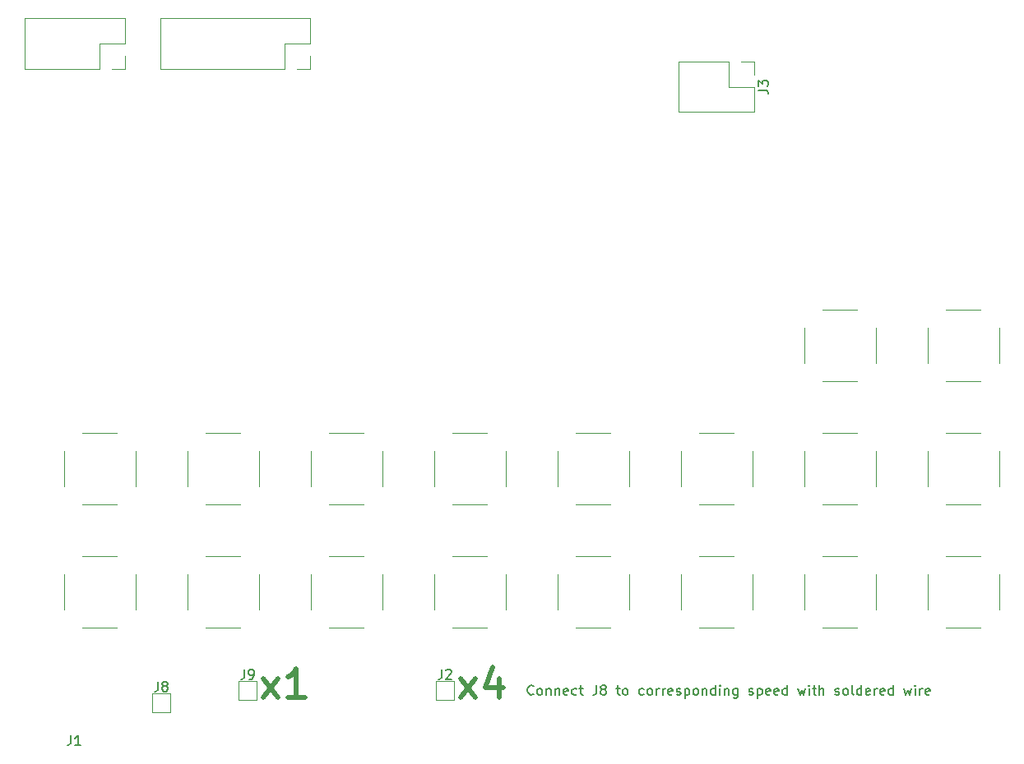
<source format=gbr>
%TF.GenerationSoftware,KiCad,Pcbnew,5.1.5*%
%TF.CreationDate,2020-03-19T15:27:56+01:00*%
%TF.ProjectId,PCIe-Adapter,50434965-2d41-4646-9170-7465722e6b69,rev?*%
%TF.SameCoordinates,Original*%
%TF.FileFunction,Legend,Top*%
%TF.FilePolarity,Positive*%
%FSLAX46Y46*%
G04 Gerber Fmt 4.6, Leading zero omitted, Abs format (unit mm)*
G04 Created by KiCad (PCBNEW 5.1.5) date 2020-03-19 15:27:56*
%MOMM*%
%LPD*%
G04 APERTURE LIST*
%ADD10C,0.150000*%
%ADD11C,0.500000*%
%ADD12C,0.120000*%
%ADD13C,0.100000*%
%ADD14R,0.802000X4.402000*%
%ADD15R,0.802000X3.302000*%
%ADD16C,2.352000*%
%ADD17C,2.152000*%
%ADD18O,1.802000X1.802000*%
%ADD19R,1.802000X1.802000*%
%ADD20R,1.602000X1.602000*%
%ADD21R,4.302000X1.452000*%
G04 APERTURE END LIST*
D10*
X179294761Y-117197142D02*
X179247142Y-117244761D01*
X179104285Y-117292380D01*
X179009047Y-117292380D01*
X178866190Y-117244761D01*
X178770952Y-117149523D01*
X178723333Y-117054285D01*
X178675714Y-116863809D01*
X178675714Y-116720952D01*
X178723333Y-116530476D01*
X178770952Y-116435238D01*
X178866190Y-116340000D01*
X179009047Y-116292380D01*
X179104285Y-116292380D01*
X179247142Y-116340000D01*
X179294761Y-116387619D01*
X179866190Y-117292380D02*
X179770952Y-117244761D01*
X179723333Y-117197142D01*
X179675714Y-117101904D01*
X179675714Y-116816190D01*
X179723333Y-116720952D01*
X179770952Y-116673333D01*
X179866190Y-116625714D01*
X180009047Y-116625714D01*
X180104285Y-116673333D01*
X180151904Y-116720952D01*
X180199523Y-116816190D01*
X180199523Y-117101904D01*
X180151904Y-117197142D01*
X180104285Y-117244761D01*
X180009047Y-117292380D01*
X179866190Y-117292380D01*
X180628095Y-116625714D02*
X180628095Y-117292380D01*
X180628095Y-116720952D02*
X180675714Y-116673333D01*
X180770952Y-116625714D01*
X180913809Y-116625714D01*
X181009047Y-116673333D01*
X181056666Y-116768571D01*
X181056666Y-117292380D01*
X181532857Y-116625714D02*
X181532857Y-117292380D01*
X181532857Y-116720952D02*
X181580476Y-116673333D01*
X181675714Y-116625714D01*
X181818571Y-116625714D01*
X181913809Y-116673333D01*
X181961428Y-116768571D01*
X181961428Y-117292380D01*
X182818571Y-117244761D02*
X182723333Y-117292380D01*
X182532857Y-117292380D01*
X182437619Y-117244761D01*
X182390000Y-117149523D01*
X182390000Y-116768571D01*
X182437619Y-116673333D01*
X182532857Y-116625714D01*
X182723333Y-116625714D01*
X182818571Y-116673333D01*
X182866190Y-116768571D01*
X182866190Y-116863809D01*
X182390000Y-116959047D01*
X183723333Y-117244761D02*
X183628095Y-117292380D01*
X183437619Y-117292380D01*
X183342380Y-117244761D01*
X183294761Y-117197142D01*
X183247142Y-117101904D01*
X183247142Y-116816190D01*
X183294761Y-116720952D01*
X183342380Y-116673333D01*
X183437619Y-116625714D01*
X183628095Y-116625714D01*
X183723333Y-116673333D01*
X184009047Y-116625714D02*
X184390000Y-116625714D01*
X184151904Y-116292380D02*
X184151904Y-117149523D01*
X184199523Y-117244761D01*
X184294761Y-117292380D01*
X184390000Y-117292380D01*
X185770952Y-116292380D02*
X185770952Y-117006666D01*
X185723333Y-117149523D01*
X185628095Y-117244761D01*
X185485238Y-117292380D01*
X185390000Y-117292380D01*
X186390000Y-116720952D02*
X186294761Y-116673333D01*
X186247142Y-116625714D01*
X186199523Y-116530476D01*
X186199523Y-116482857D01*
X186247142Y-116387619D01*
X186294761Y-116340000D01*
X186390000Y-116292380D01*
X186580476Y-116292380D01*
X186675714Y-116340000D01*
X186723333Y-116387619D01*
X186770952Y-116482857D01*
X186770952Y-116530476D01*
X186723333Y-116625714D01*
X186675714Y-116673333D01*
X186580476Y-116720952D01*
X186390000Y-116720952D01*
X186294761Y-116768571D01*
X186247142Y-116816190D01*
X186199523Y-116911428D01*
X186199523Y-117101904D01*
X186247142Y-117197142D01*
X186294761Y-117244761D01*
X186390000Y-117292380D01*
X186580476Y-117292380D01*
X186675714Y-117244761D01*
X186723333Y-117197142D01*
X186770952Y-117101904D01*
X186770952Y-116911428D01*
X186723333Y-116816190D01*
X186675714Y-116768571D01*
X186580476Y-116720952D01*
X187818571Y-116625714D02*
X188199523Y-116625714D01*
X187961428Y-116292380D02*
X187961428Y-117149523D01*
X188009047Y-117244761D01*
X188104285Y-117292380D01*
X188199523Y-117292380D01*
X188675714Y-117292380D02*
X188580476Y-117244761D01*
X188532857Y-117197142D01*
X188485238Y-117101904D01*
X188485238Y-116816190D01*
X188532857Y-116720952D01*
X188580476Y-116673333D01*
X188675714Y-116625714D01*
X188818571Y-116625714D01*
X188913809Y-116673333D01*
X188961428Y-116720952D01*
X189009047Y-116816190D01*
X189009047Y-117101904D01*
X188961428Y-117197142D01*
X188913809Y-117244761D01*
X188818571Y-117292380D01*
X188675714Y-117292380D01*
X190628095Y-117244761D02*
X190532857Y-117292380D01*
X190342380Y-117292380D01*
X190247142Y-117244761D01*
X190199523Y-117197142D01*
X190151904Y-117101904D01*
X190151904Y-116816190D01*
X190199523Y-116720952D01*
X190247142Y-116673333D01*
X190342380Y-116625714D01*
X190532857Y-116625714D01*
X190628095Y-116673333D01*
X191199523Y-117292380D02*
X191104285Y-117244761D01*
X191056666Y-117197142D01*
X191009047Y-117101904D01*
X191009047Y-116816190D01*
X191056666Y-116720952D01*
X191104285Y-116673333D01*
X191199523Y-116625714D01*
X191342380Y-116625714D01*
X191437619Y-116673333D01*
X191485238Y-116720952D01*
X191532857Y-116816190D01*
X191532857Y-117101904D01*
X191485238Y-117197142D01*
X191437619Y-117244761D01*
X191342380Y-117292380D01*
X191199523Y-117292380D01*
X191961428Y-117292380D02*
X191961428Y-116625714D01*
X191961428Y-116816190D02*
X192009047Y-116720952D01*
X192056666Y-116673333D01*
X192151904Y-116625714D01*
X192247142Y-116625714D01*
X192580476Y-117292380D02*
X192580476Y-116625714D01*
X192580476Y-116816190D02*
X192628095Y-116720952D01*
X192675714Y-116673333D01*
X192770952Y-116625714D01*
X192866190Y-116625714D01*
X193580476Y-117244761D02*
X193485238Y-117292380D01*
X193294761Y-117292380D01*
X193199523Y-117244761D01*
X193151904Y-117149523D01*
X193151904Y-116768571D01*
X193199523Y-116673333D01*
X193294761Y-116625714D01*
X193485238Y-116625714D01*
X193580476Y-116673333D01*
X193628095Y-116768571D01*
X193628095Y-116863809D01*
X193151904Y-116959047D01*
X194009047Y-117244761D02*
X194104285Y-117292380D01*
X194294761Y-117292380D01*
X194390000Y-117244761D01*
X194437619Y-117149523D01*
X194437619Y-117101904D01*
X194390000Y-117006666D01*
X194294761Y-116959047D01*
X194151904Y-116959047D01*
X194056666Y-116911428D01*
X194009047Y-116816190D01*
X194009047Y-116768571D01*
X194056666Y-116673333D01*
X194151904Y-116625714D01*
X194294761Y-116625714D01*
X194390000Y-116673333D01*
X194866190Y-116625714D02*
X194866190Y-117625714D01*
X194866190Y-116673333D02*
X194961428Y-116625714D01*
X195151904Y-116625714D01*
X195247142Y-116673333D01*
X195294761Y-116720952D01*
X195342380Y-116816190D01*
X195342380Y-117101904D01*
X195294761Y-117197142D01*
X195247142Y-117244761D01*
X195151904Y-117292380D01*
X194961428Y-117292380D01*
X194866190Y-117244761D01*
X195913809Y-117292380D02*
X195818571Y-117244761D01*
X195770952Y-117197142D01*
X195723333Y-117101904D01*
X195723333Y-116816190D01*
X195770952Y-116720952D01*
X195818571Y-116673333D01*
X195913809Y-116625714D01*
X196056666Y-116625714D01*
X196151904Y-116673333D01*
X196199523Y-116720952D01*
X196247142Y-116816190D01*
X196247142Y-117101904D01*
X196199523Y-117197142D01*
X196151904Y-117244761D01*
X196056666Y-117292380D01*
X195913809Y-117292380D01*
X196675714Y-116625714D02*
X196675714Y-117292380D01*
X196675714Y-116720952D02*
X196723333Y-116673333D01*
X196818571Y-116625714D01*
X196961428Y-116625714D01*
X197056666Y-116673333D01*
X197104285Y-116768571D01*
X197104285Y-117292380D01*
X198009047Y-117292380D02*
X198009047Y-116292380D01*
X198009047Y-117244761D02*
X197913809Y-117292380D01*
X197723333Y-117292380D01*
X197628095Y-117244761D01*
X197580476Y-117197142D01*
X197532857Y-117101904D01*
X197532857Y-116816190D01*
X197580476Y-116720952D01*
X197628095Y-116673333D01*
X197723333Y-116625714D01*
X197913809Y-116625714D01*
X198009047Y-116673333D01*
X198485238Y-117292380D02*
X198485238Y-116625714D01*
X198485238Y-116292380D02*
X198437619Y-116340000D01*
X198485238Y-116387619D01*
X198532857Y-116340000D01*
X198485238Y-116292380D01*
X198485238Y-116387619D01*
X198961428Y-116625714D02*
X198961428Y-117292380D01*
X198961428Y-116720952D02*
X199009047Y-116673333D01*
X199104285Y-116625714D01*
X199247142Y-116625714D01*
X199342380Y-116673333D01*
X199390000Y-116768571D01*
X199390000Y-117292380D01*
X200294761Y-116625714D02*
X200294761Y-117435238D01*
X200247142Y-117530476D01*
X200199523Y-117578095D01*
X200104285Y-117625714D01*
X199961428Y-117625714D01*
X199866190Y-117578095D01*
X200294761Y-117244761D02*
X200199523Y-117292380D01*
X200009047Y-117292380D01*
X199913809Y-117244761D01*
X199866190Y-117197142D01*
X199818571Y-117101904D01*
X199818571Y-116816190D01*
X199866190Y-116720952D01*
X199913809Y-116673333D01*
X200009047Y-116625714D01*
X200199523Y-116625714D01*
X200294761Y-116673333D01*
X201485238Y-117244761D02*
X201580476Y-117292380D01*
X201770952Y-117292380D01*
X201866190Y-117244761D01*
X201913809Y-117149523D01*
X201913809Y-117101904D01*
X201866190Y-117006666D01*
X201770952Y-116959047D01*
X201628095Y-116959047D01*
X201532857Y-116911428D01*
X201485238Y-116816190D01*
X201485238Y-116768571D01*
X201532857Y-116673333D01*
X201628095Y-116625714D01*
X201770952Y-116625714D01*
X201866190Y-116673333D01*
X202342380Y-116625714D02*
X202342380Y-117625714D01*
X202342380Y-116673333D02*
X202437619Y-116625714D01*
X202628095Y-116625714D01*
X202723333Y-116673333D01*
X202770952Y-116720952D01*
X202818571Y-116816190D01*
X202818571Y-117101904D01*
X202770952Y-117197142D01*
X202723333Y-117244761D01*
X202628095Y-117292380D01*
X202437619Y-117292380D01*
X202342380Y-117244761D01*
X203628095Y-117244761D02*
X203532857Y-117292380D01*
X203342380Y-117292380D01*
X203247142Y-117244761D01*
X203199523Y-117149523D01*
X203199523Y-116768571D01*
X203247142Y-116673333D01*
X203342380Y-116625714D01*
X203532857Y-116625714D01*
X203628095Y-116673333D01*
X203675714Y-116768571D01*
X203675714Y-116863809D01*
X203199523Y-116959047D01*
X204485238Y-117244761D02*
X204389999Y-117292380D01*
X204199523Y-117292380D01*
X204104285Y-117244761D01*
X204056666Y-117149523D01*
X204056666Y-116768571D01*
X204104285Y-116673333D01*
X204199523Y-116625714D01*
X204389999Y-116625714D01*
X204485238Y-116673333D01*
X204532857Y-116768571D01*
X204532857Y-116863809D01*
X204056666Y-116959047D01*
X205390000Y-117292380D02*
X205390000Y-116292380D01*
X205390000Y-117244761D02*
X205294761Y-117292380D01*
X205104285Y-117292380D01*
X205009047Y-117244761D01*
X204961428Y-117197142D01*
X204913809Y-117101904D01*
X204913809Y-116816190D01*
X204961428Y-116720952D01*
X205009047Y-116673333D01*
X205104285Y-116625714D01*
X205294761Y-116625714D01*
X205390000Y-116673333D01*
X206532857Y-116625714D02*
X206723333Y-117292380D01*
X206913809Y-116816190D01*
X207104285Y-117292380D01*
X207294761Y-116625714D01*
X207675714Y-117292380D02*
X207675714Y-116625714D01*
X207675714Y-116292380D02*
X207628095Y-116340000D01*
X207675714Y-116387619D01*
X207723333Y-116340000D01*
X207675714Y-116292380D01*
X207675714Y-116387619D01*
X208009047Y-116625714D02*
X208390000Y-116625714D01*
X208151904Y-116292380D02*
X208151904Y-117149523D01*
X208199523Y-117244761D01*
X208294761Y-117292380D01*
X208390000Y-117292380D01*
X208723333Y-117292380D02*
X208723333Y-116292380D01*
X209151904Y-117292380D02*
X209151904Y-116768571D01*
X209104285Y-116673333D01*
X209009047Y-116625714D01*
X208866190Y-116625714D01*
X208770952Y-116673333D01*
X208723333Y-116720952D01*
X210342380Y-117244761D02*
X210437619Y-117292380D01*
X210628095Y-117292380D01*
X210723333Y-117244761D01*
X210770952Y-117149523D01*
X210770952Y-117101904D01*
X210723333Y-117006666D01*
X210628095Y-116959047D01*
X210485238Y-116959047D01*
X210389999Y-116911428D01*
X210342380Y-116816190D01*
X210342380Y-116768571D01*
X210389999Y-116673333D01*
X210485238Y-116625714D01*
X210628095Y-116625714D01*
X210723333Y-116673333D01*
X211342380Y-117292380D02*
X211247142Y-117244761D01*
X211199523Y-117197142D01*
X211151904Y-117101904D01*
X211151904Y-116816190D01*
X211199523Y-116720952D01*
X211247142Y-116673333D01*
X211342380Y-116625714D01*
X211485238Y-116625714D01*
X211580476Y-116673333D01*
X211628095Y-116720952D01*
X211675714Y-116816190D01*
X211675714Y-117101904D01*
X211628095Y-117197142D01*
X211580476Y-117244761D01*
X211485238Y-117292380D01*
X211342380Y-117292380D01*
X212247142Y-117292380D02*
X212151904Y-117244761D01*
X212104285Y-117149523D01*
X212104285Y-116292380D01*
X213056666Y-117292380D02*
X213056666Y-116292380D01*
X213056666Y-117244761D02*
X212961428Y-117292380D01*
X212770952Y-117292380D01*
X212675714Y-117244761D01*
X212628095Y-117197142D01*
X212580476Y-117101904D01*
X212580476Y-116816190D01*
X212628095Y-116720952D01*
X212675714Y-116673333D01*
X212770952Y-116625714D01*
X212961428Y-116625714D01*
X213056666Y-116673333D01*
X213913809Y-117244761D02*
X213818571Y-117292380D01*
X213628095Y-117292380D01*
X213532857Y-117244761D01*
X213485238Y-117149523D01*
X213485238Y-116768571D01*
X213532857Y-116673333D01*
X213628095Y-116625714D01*
X213818571Y-116625714D01*
X213913809Y-116673333D01*
X213961428Y-116768571D01*
X213961428Y-116863809D01*
X213485238Y-116959047D01*
X214389999Y-117292380D02*
X214389999Y-116625714D01*
X214389999Y-116816190D02*
X214437619Y-116720952D01*
X214485238Y-116673333D01*
X214580476Y-116625714D01*
X214675714Y-116625714D01*
X215389999Y-117244761D02*
X215294761Y-117292380D01*
X215104285Y-117292380D01*
X215009047Y-117244761D01*
X214961428Y-117149523D01*
X214961428Y-116768571D01*
X215009047Y-116673333D01*
X215104285Y-116625714D01*
X215294761Y-116625714D01*
X215389999Y-116673333D01*
X215437619Y-116768571D01*
X215437619Y-116863809D01*
X214961428Y-116959047D01*
X216294761Y-117292380D02*
X216294761Y-116292380D01*
X216294761Y-117244761D02*
X216199523Y-117292380D01*
X216009047Y-117292380D01*
X215913809Y-117244761D01*
X215866190Y-117197142D01*
X215818571Y-117101904D01*
X215818571Y-116816190D01*
X215866190Y-116720952D01*
X215913809Y-116673333D01*
X216009047Y-116625714D01*
X216199523Y-116625714D01*
X216294761Y-116673333D01*
X217437619Y-116625714D02*
X217628095Y-117292380D01*
X217818571Y-116816190D01*
X218009047Y-117292380D01*
X218199523Y-116625714D01*
X218580476Y-117292380D02*
X218580476Y-116625714D01*
X218580476Y-116292380D02*
X218532857Y-116340000D01*
X218580476Y-116387619D01*
X218628095Y-116340000D01*
X218580476Y-116292380D01*
X218580476Y-116387619D01*
X219056666Y-117292380D02*
X219056666Y-116625714D01*
X219056666Y-116816190D02*
X219104285Y-116720952D01*
X219151904Y-116673333D01*
X219247142Y-116625714D01*
X219342380Y-116625714D01*
X220056666Y-117244761D02*
X219961428Y-117292380D01*
X219770952Y-117292380D01*
X219675714Y-117244761D01*
X219628095Y-117149523D01*
X219628095Y-116768571D01*
X219675714Y-116673333D01*
X219770952Y-116625714D01*
X219961428Y-116625714D01*
X220056666Y-116673333D01*
X220104285Y-116768571D01*
X220104285Y-116863809D01*
X219628095Y-116959047D01*
D11*
X171775714Y-117562142D02*
X173347142Y-115562142D01*
X171775714Y-115562142D02*
X173347142Y-117562142D01*
X175775714Y-115562142D02*
X175775714Y-117562142D01*
X175061428Y-114419285D02*
X174347142Y-116562142D01*
X176204285Y-116562142D01*
X151455714Y-117562142D02*
X153027142Y-115562142D01*
X151455714Y-115562142D02*
X153027142Y-117562142D01*
X155741428Y-117562142D02*
X154027142Y-117562142D01*
X154884285Y-117562142D02*
X154884285Y-114562142D01*
X154598571Y-114990714D01*
X154312857Y-115276428D01*
X154027142Y-115419285D01*
D12*
X143640000Y-95780000D02*
X143640000Y-92180000D01*
X169040000Y-108480000D02*
X169040000Y-104880000D01*
X145520000Y-103000000D02*
X149120000Y-103000000D01*
X169040000Y-95780000D02*
X169040000Y-92180000D01*
X170920000Y-103000000D02*
X174520000Y-103000000D01*
X145520000Y-110360000D02*
X149120000Y-110360000D01*
X156340000Y-95780000D02*
X156340000Y-92180000D01*
X132820000Y-97660000D02*
X136420000Y-97660000D01*
X132820000Y-110360000D02*
X136420000Y-110360000D01*
X132820000Y-103000000D02*
X136420000Y-103000000D01*
X158220000Y-90300000D02*
X161820000Y-90300000D01*
X156340000Y-108480000D02*
X156340000Y-104880000D01*
X163700000Y-108480000D02*
X163700000Y-104880000D01*
X132820000Y-90300000D02*
X136420000Y-90300000D01*
X138300000Y-108480000D02*
X138300000Y-104880000D01*
X158220000Y-103000000D02*
X161820000Y-103000000D01*
X151000000Y-95780000D02*
X151000000Y-92180000D01*
X170920000Y-110360000D02*
X174520000Y-110360000D01*
X170920000Y-90300000D02*
X174520000Y-90300000D01*
X145520000Y-90300000D02*
X149120000Y-90300000D01*
X176400000Y-95780000D02*
X176400000Y-92180000D01*
X151000000Y-108480000D02*
X151000000Y-104880000D01*
X138300000Y-95780000D02*
X138300000Y-92180000D01*
X130940000Y-108480000D02*
X130940000Y-104880000D01*
X163700000Y-95780000D02*
X163700000Y-92180000D01*
X158220000Y-110360000D02*
X161820000Y-110360000D01*
X158220000Y-97660000D02*
X161820000Y-97660000D01*
X170920000Y-97660000D02*
X174520000Y-97660000D01*
X176400000Y-108480000D02*
X176400000Y-104880000D01*
X130940000Y-95780000D02*
X130940000Y-92180000D01*
X143640000Y-108480000D02*
X143640000Y-104880000D01*
X145520000Y-97660000D02*
X149120000Y-97660000D01*
X207140000Y-108480000D02*
X207140000Y-104880000D01*
X209020000Y-103000000D02*
X212620000Y-103000000D01*
X194440000Y-108480000D02*
X194440000Y-104880000D01*
X201800000Y-108480000D02*
X201800000Y-104880000D01*
X196320000Y-103000000D02*
X199920000Y-103000000D01*
X209020000Y-110360000D02*
X212620000Y-110360000D01*
X196320000Y-110360000D02*
X199920000Y-110360000D01*
X214500000Y-108480000D02*
X214500000Y-104880000D01*
X207140000Y-95780000D02*
X207140000Y-92180000D01*
X209020000Y-90300000D02*
X212620000Y-90300000D01*
X194440000Y-95780000D02*
X194440000Y-92180000D01*
X201800000Y-95780000D02*
X201800000Y-92180000D01*
X196320000Y-90300000D02*
X199920000Y-90300000D01*
X209020000Y-97660000D02*
X212620000Y-97660000D01*
X196320000Y-97660000D02*
X199920000Y-97660000D01*
X214500000Y-95780000D02*
X214500000Y-92180000D01*
X219840000Y-83080000D02*
X219840000Y-79480000D01*
X221720000Y-77600000D02*
X225320000Y-77600000D01*
X207140000Y-83080000D02*
X207140000Y-79480000D01*
X214500000Y-83080000D02*
X214500000Y-79480000D01*
X209020000Y-77600000D02*
X212620000Y-77600000D01*
X221720000Y-84960000D02*
X225320000Y-84960000D01*
X209020000Y-84960000D02*
X212620000Y-84960000D01*
X227200000Y-83080000D02*
X227200000Y-79480000D01*
X219840000Y-95780000D02*
X219840000Y-92180000D01*
X227200000Y-95780000D02*
X227200000Y-92180000D01*
X221720000Y-90300000D02*
X225320000Y-90300000D01*
X221720000Y-97660000D02*
X225320000Y-97660000D01*
X227200000Y-108480000D02*
X227200000Y-104880000D01*
X221720000Y-110360000D02*
X225320000Y-110360000D01*
X221720000Y-103000000D02*
X225320000Y-103000000D01*
X219840000Y-108480000D02*
X219840000Y-104880000D01*
X189100000Y-95780000D02*
X189100000Y-92180000D01*
X183620000Y-110360000D02*
X187220000Y-110360000D01*
X181740000Y-95780000D02*
X181740000Y-92180000D01*
X183620000Y-90300000D02*
X187220000Y-90300000D01*
X183620000Y-97660000D02*
X187220000Y-97660000D01*
X189100000Y-108480000D02*
X189100000Y-104880000D01*
X181740000Y-108480000D02*
X181740000Y-104880000D01*
X183620000Y-103000000D02*
X187220000Y-103000000D01*
X134620000Y-52765000D02*
X134620000Y-50165000D01*
X156270000Y-52765000D02*
X156270000Y-51435000D01*
X134620000Y-50165000D02*
X137220000Y-50165000D01*
X137220000Y-52765000D02*
X137220000Y-51435000D01*
X137220000Y-47565000D02*
X126940000Y-47565000D01*
X140910000Y-52765000D02*
X140910000Y-47565000D01*
X156270000Y-47565000D02*
X140910000Y-47565000D01*
X135890000Y-52765000D02*
X137220000Y-52765000D01*
X137220000Y-50165000D02*
X137220000Y-47565000D01*
X126940000Y-52765000D02*
X126940000Y-47565000D01*
X153670000Y-52765000D02*
X153670000Y-50165000D01*
X153670000Y-52765000D02*
X140910000Y-52765000D01*
X153670000Y-50165000D02*
X156270000Y-50165000D01*
X134620000Y-52765000D02*
X126940000Y-52765000D01*
X154940000Y-52765000D02*
X156270000Y-52765000D01*
X156270000Y-50165000D02*
X156270000Y-47565000D01*
X194250000Y-52010000D02*
X194250000Y-57210000D01*
X199390000Y-52010000D02*
X194250000Y-52010000D01*
X201990000Y-57210000D02*
X194250000Y-57210000D01*
X199390000Y-52010000D02*
X199390000Y-54610000D01*
X199390000Y-54610000D02*
X201990000Y-54610000D01*
X201990000Y-54610000D02*
X201990000Y-57210000D01*
X200660000Y-52010000D02*
X201990000Y-52010000D01*
X201990000Y-52010000D02*
X201990000Y-53340000D01*
X169230000Y-115890000D02*
X171130000Y-115890000D01*
X171130000Y-115890000D02*
X171130000Y-117790000D01*
X171130000Y-117790000D02*
X169230000Y-117790000D01*
X169230000Y-117790000D02*
X169230000Y-115890000D01*
X140020000Y-117160000D02*
X141920000Y-117160000D01*
X141920000Y-117160000D02*
X141920000Y-119060000D01*
X141920000Y-119060000D02*
X140020000Y-119060000D01*
X140020000Y-119060000D02*
X140020000Y-117160000D01*
X148910000Y-117790000D02*
X148910000Y-115890000D01*
X150810000Y-117790000D02*
X148910000Y-117790000D01*
X150810000Y-115890000D02*
X150810000Y-117790000D01*
X148910000Y-115890000D02*
X150810000Y-115890000D01*
D10*
X131666666Y-121452380D02*
X131666666Y-122166666D01*
X131619047Y-122309523D01*
X131523809Y-122404761D01*
X131380952Y-122452380D01*
X131285714Y-122452380D01*
X132666666Y-122452380D02*
X132095238Y-122452380D01*
X132380952Y-122452380D02*
X132380952Y-121452380D01*
X132285714Y-121595238D01*
X132190476Y-121690476D01*
X132095238Y-121738095D01*
X202442380Y-54943333D02*
X203156666Y-54943333D01*
X203299523Y-54990952D01*
X203394761Y-55086190D01*
X203442380Y-55229047D01*
X203442380Y-55324285D01*
X202442380Y-54562380D02*
X202442380Y-53943333D01*
X202823333Y-54276666D01*
X202823333Y-54133809D01*
X202870952Y-54038571D01*
X202918571Y-53990952D01*
X203013809Y-53943333D01*
X203251904Y-53943333D01*
X203347142Y-53990952D01*
X203394761Y-54038571D01*
X203442380Y-54133809D01*
X203442380Y-54419523D01*
X203394761Y-54514761D01*
X203347142Y-54562380D01*
X169846666Y-114644380D02*
X169846666Y-115358666D01*
X169799047Y-115501523D01*
X169703809Y-115596761D01*
X169560952Y-115644380D01*
X169465714Y-115644380D01*
X170275238Y-114739619D02*
X170322857Y-114692000D01*
X170418095Y-114644380D01*
X170656190Y-114644380D01*
X170751428Y-114692000D01*
X170799047Y-114739619D01*
X170846666Y-114834857D01*
X170846666Y-114930095D01*
X170799047Y-115072952D01*
X170227619Y-115644380D01*
X170846666Y-115644380D01*
X140636666Y-115914380D02*
X140636666Y-116628666D01*
X140589047Y-116771523D01*
X140493809Y-116866761D01*
X140350952Y-116914380D01*
X140255714Y-116914380D01*
X141255714Y-116342952D02*
X141160476Y-116295333D01*
X141112857Y-116247714D01*
X141065238Y-116152476D01*
X141065238Y-116104857D01*
X141112857Y-116009619D01*
X141160476Y-115962000D01*
X141255714Y-115914380D01*
X141446190Y-115914380D01*
X141541428Y-115962000D01*
X141589047Y-116009619D01*
X141636666Y-116104857D01*
X141636666Y-116152476D01*
X141589047Y-116247714D01*
X141541428Y-116295333D01*
X141446190Y-116342952D01*
X141255714Y-116342952D01*
X141160476Y-116390571D01*
X141112857Y-116438190D01*
X141065238Y-116533428D01*
X141065238Y-116723904D01*
X141112857Y-116819142D01*
X141160476Y-116866761D01*
X141255714Y-116914380D01*
X141446190Y-116914380D01*
X141541428Y-116866761D01*
X141589047Y-116819142D01*
X141636666Y-116723904D01*
X141636666Y-116533428D01*
X141589047Y-116438190D01*
X141541428Y-116390571D01*
X141446190Y-116342952D01*
X149526666Y-114644380D02*
X149526666Y-115358666D01*
X149479047Y-115501523D01*
X149383809Y-115596761D01*
X149240952Y-115644380D01*
X149145714Y-115644380D01*
X150050476Y-115644380D02*
X150240952Y-115644380D01*
X150336190Y-115596761D01*
X150383809Y-115549142D01*
X150479047Y-115406285D01*
X150526666Y-115215809D01*
X150526666Y-114834857D01*
X150479047Y-114739619D01*
X150431428Y-114692000D01*
X150336190Y-114644380D01*
X150145714Y-114644380D01*
X150050476Y-114692000D01*
X150002857Y-114739619D01*
X149955238Y-114834857D01*
X149955238Y-115072952D01*
X150002857Y-115168190D01*
X150050476Y-115215809D01*
X150145714Y-115263428D01*
X150336190Y-115263428D01*
X150431428Y-115215809D01*
X150479047Y-115168190D01*
X150526666Y-115072952D01*
%LPC*%
D13*
G36*
X129550000Y-128900000D02*
G01*
X119050000Y-128900000D01*
X119050000Y-119200000D01*
X129550000Y-119200000D01*
X129550000Y-128900000D01*
G37*
X129550000Y-128900000D02*
X119050000Y-128900000D01*
X119050000Y-119200000D01*
X129550000Y-119200000D01*
X129550000Y-128900000D01*
G36*
X167957500Y-133985000D02*
G01*
X130810000Y-133985000D01*
X130810000Y-126047500D01*
X167957500Y-126047500D01*
X167957500Y-133985000D01*
G37*
X167957500Y-133985000D02*
X130810000Y-133985000D01*
X130810000Y-126047500D01*
X167957500Y-126047500D01*
X167957500Y-133985000D01*
G36*
X126447500Y-50215000D02*
G01*
X119780000Y-50215000D01*
X119780000Y-47992500D01*
X126447500Y-47992500D01*
X126447500Y-50215000D01*
G37*
X126447500Y-50215000D02*
X119780000Y-50215000D01*
X119780000Y-47992500D01*
X126447500Y-47992500D01*
X126447500Y-50215000D01*
G36*
X148000000Y-120000000D02*
G01*
X147000000Y-120000000D01*
X147000000Y-119000000D01*
X148000000Y-119000000D01*
X148000000Y-120000000D01*
G37*
X148000000Y-120000000D02*
X147000000Y-120000000D01*
X147000000Y-119000000D01*
X148000000Y-119000000D01*
X148000000Y-120000000D01*
G36*
X153000000Y-120000000D02*
G01*
X152000000Y-120000000D01*
X152000000Y-119000000D01*
X153000000Y-119000000D01*
X153000000Y-120000000D01*
G37*
X153000000Y-120000000D02*
X152000000Y-120000000D01*
X152000000Y-119000000D01*
X153000000Y-119000000D01*
X153000000Y-120000000D01*
G36*
X157000000Y-120000000D02*
G01*
X156000000Y-120000000D01*
X156000000Y-119000000D01*
X157000000Y-119000000D01*
X157000000Y-120000000D01*
G37*
X157000000Y-120000000D02*
X156000000Y-120000000D01*
X156000000Y-119000000D01*
X157000000Y-119000000D01*
X157000000Y-120000000D01*
G36*
X161000000Y-120000000D02*
G01*
X160000000Y-120000000D01*
X160000000Y-119000000D01*
X161000000Y-119000000D01*
X161000000Y-120000000D01*
G37*
X161000000Y-120000000D02*
X160000000Y-120000000D01*
X160000000Y-119000000D01*
X161000000Y-119000000D01*
X161000000Y-120000000D01*
D14*
X146000000Y-128460000D03*
X145000000Y-128460000D03*
X151000000Y-128460000D03*
X150000000Y-128460000D03*
X149000000Y-128460000D03*
X148000000Y-128460000D03*
X147000000Y-128460000D03*
X142000000Y-128460000D03*
X141000000Y-128460000D03*
X140000000Y-128460000D03*
X139000000Y-128460000D03*
X138000000Y-128460000D03*
X137000000Y-128460000D03*
X136000000Y-128460000D03*
X135000000Y-128460000D03*
X134000000Y-128460000D03*
X133000000Y-128460000D03*
X132000000Y-128460000D03*
X152000000Y-128460000D03*
X153000000Y-128460000D03*
X154000000Y-128460000D03*
X155000000Y-128460000D03*
X156000000Y-128460000D03*
X157000000Y-128460000D03*
X158000000Y-128460000D03*
X159000000Y-128460000D03*
X160000000Y-128460000D03*
X161000000Y-128460000D03*
X162000000Y-128460000D03*
X163000000Y-128460000D03*
D15*
X164000000Y-127910000D03*
D14*
X165000000Y-128460000D03*
D16*
X132080000Y-96520000D03*
X137160000Y-91440000D03*
X144780000Y-91440000D03*
X144780000Y-109220000D03*
X132080000Y-104140000D03*
X170180000Y-96520000D03*
X157480000Y-96520000D03*
X162560000Y-91440000D03*
X144780000Y-96520000D03*
D17*
X172720000Y-106680000D03*
D16*
X137160000Y-104140000D03*
D17*
X147320000Y-106680000D03*
D16*
X162560000Y-104140000D03*
X132080000Y-91440000D03*
D17*
X134620000Y-106680000D03*
D16*
X144780000Y-104140000D03*
X137160000Y-96520000D03*
X157480000Y-104140000D03*
D17*
X160020000Y-93980000D03*
D16*
X170180000Y-109220000D03*
X149860000Y-96520000D03*
X157480000Y-109220000D03*
X149860000Y-91440000D03*
X137160000Y-109220000D03*
X149860000Y-109220000D03*
X157480000Y-91440000D03*
X175260000Y-104140000D03*
X175260000Y-91440000D03*
X162560000Y-96520000D03*
X175260000Y-96520000D03*
D17*
X172720000Y-93980000D03*
D16*
X175260000Y-109220000D03*
X162560000Y-109220000D03*
X170180000Y-104140000D03*
D17*
X134620000Y-93980000D03*
D16*
X149860000Y-104140000D03*
X132080000Y-109220000D03*
X170180000Y-91440000D03*
D17*
X160020000Y-106680000D03*
X147320000Y-93980000D03*
X210820000Y-106680000D03*
D16*
X200660000Y-104140000D03*
X195580000Y-104140000D03*
X208280000Y-109220000D03*
X195580000Y-109220000D03*
X213360000Y-104140000D03*
X213360000Y-109220000D03*
X200660000Y-109220000D03*
X208280000Y-104140000D03*
D17*
X198120000Y-106680000D03*
X210820000Y-93980000D03*
D16*
X200660000Y-91440000D03*
X195580000Y-91440000D03*
X208280000Y-96520000D03*
X195580000Y-96520000D03*
X213360000Y-91440000D03*
X213360000Y-96520000D03*
X200660000Y-96520000D03*
X208280000Y-91440000D03*
D17*
X198120000Y-93980000D03*
X223520000Y-81280000D03*
D16*
X213360000Y-78740000D03*
X208280000Y-78740000D03*
X220980000Y-83820000D03*
X208280000Y-83820000D03*
X226060000Y-78740000D03*
X226060000Y-83820000D03*
X213360000Y-83820000D03*
X220980000Y-78740000D03*
D17*
X210820000Y-81280000D03*
D16*
X226060000Y-91440000D03*
X220980000Y-91440000D03*
X220980000Y-96520000D03*
X226060000Y-96520000D03*
D17*
X223520000Y-93980000D03*
D16*
X226060000Y-104140000D03*
X220980000Y-109220000D03*
D17*
X223520000Y-106680000D03*
D16*
X220980000Y-104140000D03*
X226060000Y-109220000D03*
X182880000Y-109220000D03*
X182880000Y-91440000D03*
X182880000Y-96520000D03*
X187960000Y-104140000D03*
D17*
X185420000Y-106680000D03*
D16*
X182880000Y-104140000D03*
D17*
X185420000Y-93980000D03*
D16*
X187960000Y-109220000D03*
X187960000Y-91440000D03*
X187960000Y-96520000D03*
D18*
X133350000Y-51435000D03*
X152400000Y-48895000D03*
X130810000Y-48895000D03*
X149860000Y-48895000D03*
X135890000Y-48895000D03*
X152400000Y-51435000D03*
X149860000Y-51435000D03*
X147320000Y-51435000D03*
X144780000Y-51435000D03*
D19*
X135890000Y-51435000D03*
D18*
X142240000Y-51435000D03*
X142240000Y-48895000D03*
X154940000Y-48895000D03*
X147320000Y-48895000D03*
D19*
X154940000Y-51435000D03*
D18*
X144780000Y-48895000D03*
X130810000Y-51435000D03*
X133350000Y-48895000D03*
X128270000Y-51435000D03*
X128270000Y-48895000D03*
D19*
X200660000Y-53340000D03*
D18*
X200660000Y-55880000D03*
X198120000Y-53340000D03*
X198120000Y-55880000D03*
X195580000Y-53340000D03*
X195580000Y-55880000D03*
D19*
X170180000Y-72390000D03*
D18*
X170180000Y-69850000D03*
X170180000Y-60960000D03*
X170180000Y-63500000D03*
D19*
X170180000Y-66040000D03*
X181610000Y-64770000D03*
D18*
X181610000Y-62230000D03*
X181610000Y-59690000D03*
D19*
X208280000Y-60960000D03*
D18*
X205740000Y-60960000D03*
X208280000Y-63500000D03*
X205740000Y-63500000D03*
X208280000Y-66040000D03*
X205740000Y-66040000D03*
D20*
X170180000Y-116840000D03*
X140970000Y-118110000D03*
X149860000Y-116840000D03*
D21*
X121920000Y-57435000D03*
X121920000Y-51785000D03*
M02*

</source>
